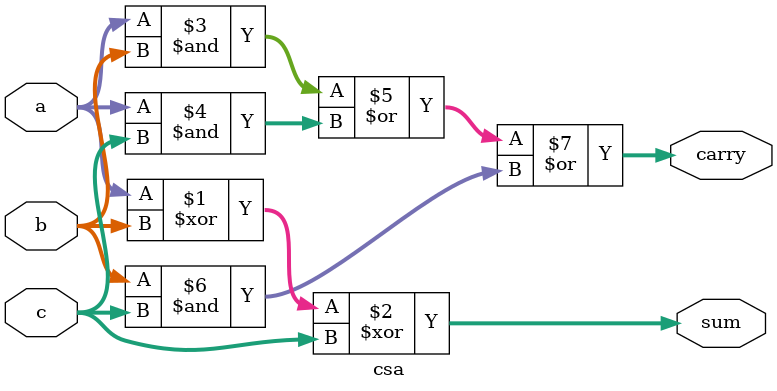
<source format=v>

module csa #(parameter j = 4) (
    input [j-1:0] a,b,c,
    output [j-1:0] sum,
    output [j-1:0] carry
);

assign sum = a ^ b ^ c;
assign carry = (a & b) | (a & c) | (b & c);


endmodule
</source>
